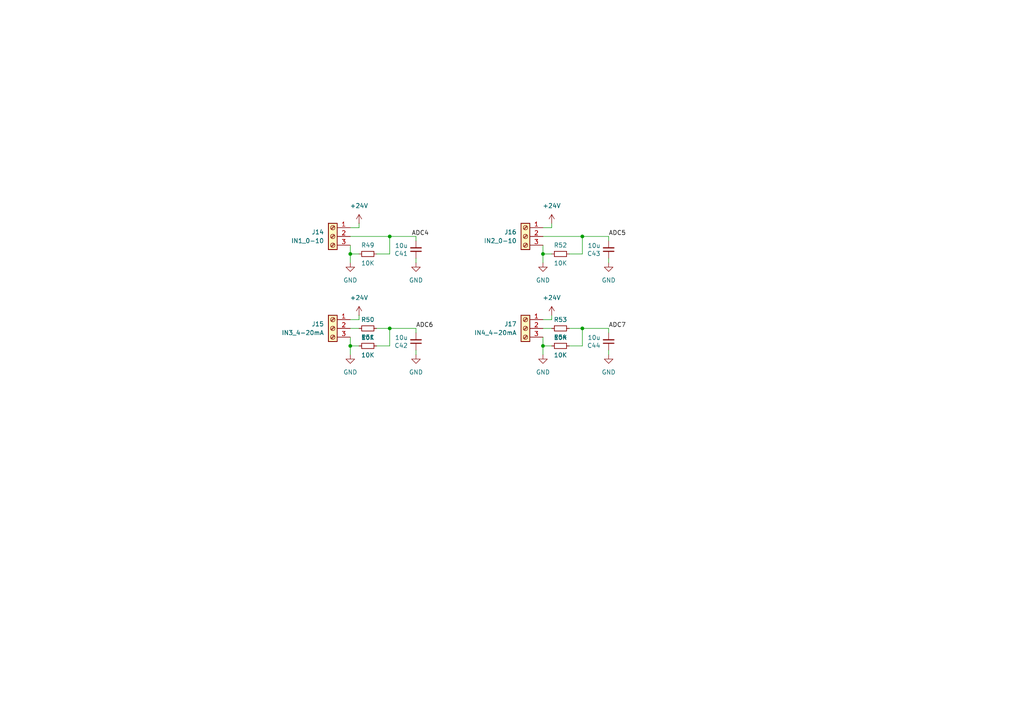
<source format=kicad_sch>
(kicad_sch (version 20250114) (generator "eeschema") (generator_version "9.0")
  (paper "A4")
  (lib_symbols
    (symbol "Connector:Screw_Terminal_01x03" (pin_names (offset 1.016) (hide yes))
      (property "Reference" "J" (at 0 5.08 0))
      (property "Value" "Screw_Terminal_01x03" (at 0 -5.08 0))
      (symbol "Screw_Terminal_01x03_1_1"
        (rectangle (start -1.27 3.81) (end 1.27 -3.81) (stroke (width 0.254)) (fill (type background)))
        (polyline (pts (xy -0.5334 2.8702) (xy 0.3302 2.032)) (stroke (width 0.1524)))
        (polyline (pts (xy -0.5334 0.3302) (xy 0.3302 -0.508)) (stroke (width 0.1524)))
        (polyline (pts (xy -0.5334 -2.2098) (xy 0.3302 -3.048)) (stroke (width 0.1524)))
        (polyline (pts (xy -0.3556 3.048) (xy 0.508 2.2098)) (stroke (width 0.1524)))
        (polyline (pts (xy -0.3556 0.508) (xy 0.508 -0.3302)) (stroke (width 0.1524)))
        (polyline (pts (xy -0.3556 -2.032) (xy 0.508 -2.8702)) (stroke (width 0.1524)))
        (circle (center 0 2.54) (radius 0.635) (stroke (width 0.1524)))
        (circle (center 0 0) (radius 0.635) (stroke (width 0.1524)))
        (circle (center 0 -2.54) (radius 0.635) (stroke (width 0.1524)))
        (pin passive line (at -5.08 2.54 0) (length 3.81) (name "Pin_1") (number "1"))
        (pin passive line (at -5.08 0 0) (length 3.81) (name "Pin_2") (number "2"))
        (pin passive line (at -5.08 -2.54 0) (length 3.81) (name "Pin_3") (number "3"))
      )
    )
    (symbol "Device:C_Small" (pin_numbers (hide yes)) (pin_names (offset 0.254) (hide yes))
      (property "Reference" "C" (at 0.254 1.778 0))
      (property "Value" "C_Small" (at 0.254 -2.032 0))
      (symbol "C_Small_0_1"
        (polyline (pts (xy -1.524 0.508) (xy 1.524 0.508)) (stroke (width 0.3048)))
        (polyline (pts (xy -1.524 -0.508) (xy 1.524 -0.508)) (stroke (width 0.3302)))
      )
      (symbol "C_Small_1_1"
        (pin passive line (at 0 2.54 270) (length 2.032) (name "~") (number "1"))
        (pin passive line (at 0 -2.54 90) (length 2.032) (name "~") (number "2"))
      )
    )
    (symbol "Device:R_Small" (pin_numbers (hide yes)) (pin_names (offset 0.254) (hide yes))
      (property "Reference" "R" (at 0.762 0.508 0))
      (property "Value" "R_Small" (at 0.762 -1.016 0))
      (symbol "R_Small_0_1"
        (rectangle (start -0.762 1.778) (end 0.762 -1.778) (stroke (width 0.2032)))
      )
      (symbol "R_Small_1_1"
        (pin passive line (at 0 2.54 270) (length 0.762) (name "~") (number "1"))
        (pin passive line (at 0 -2.54 90) (length 0.762) (name "~") (number "2"))
      )
    )
    (symbol "power:+24V" (power) (pin_numbers (hide yes)) (pin_names (offset 0) (hide yes))
      (property "Value" "+24V" (at 0 3.556 0))
      (symbol "+24V_0_1"
        (polyline (pts (xy -0.762 1.27) (xy 0 2.54)))
        (polyline (pts (xy 0 2.54) (xy 0.762 1.27)))
        (polyline (pts (xy 0 0) (xy 0 2.54)))
      )
      (symbol "+24V_1_1"
        (pin power_in line (at 0 0 90) (length 0) (name "~") (number "1"))
      )
    )
    (symbol "power:GND" (power) (pin_names (offset 0))
      (property "Value" "GND" (at 0 -3.81 0))
      (symbol "GND_0_1"
        (polyline (pts (xy 0 0) (xy 0 -1.27) (xy 1.27 -1.27) (xy 0 -2.54) (xy -1.27 -1.27) (xy 0 -1.27)))
      )
      (symbol "GND_1_1"
        (pin power_in line (at 0 0 270) (length 0) (hide yes) (name "GND") (number "1"))
      )
    )
  )
  (junction (at 168.91 95.25))
  (junction (at 157.48 73.66))
  (junction (at 101.6 100.33))
  (junction (at 101.6 73.66))
  (junction (at 157.48 100.33))
  (junction (at 168.91 68.58))
  (junction (at 113.03 95.25))
  (junction (at 113.03 68.58))
  (wire (pts (xy 101.6 100.33) (xy 104.14 100.33)))
  (wire (pts (xy 113.03 68.58) (xy 113.03 73.66)))
  (wire (pts (xy 101.6 73.66) (xy 104.14 73.66)))
  (wire (pts (xy 120.65 69.85) (xy 120.65 68.58)))
  (wire (pts (xy 120.65 68.58) (xy 113.03 68.58)))
  (wire (pts (xy 176.53 68.58) (xy 168.91 68.58)))
  (wire (pts (xy 109.22 73.66) (xy 113.03 73.66)))
  (wire (pts (xy 176.53 74.93) (xy 176.53 76.2)))
  (wire (pts (xy 109.22 95.25) (xy 113.03 95.25)))
  (wire (pts (xy 157.48 100.33) (xy 157.48 102.87)))
  (wire (pts (xy 157.48 73.66) (xy 157.48 76.2)))
  (wire (pts (xy 101.6 100.33) (xy 101.6 97.79)))
  (wire (pts (xy 157.48 73.66) (xy 157.48 71.12)))
  (wire (pts (xy 113.03 95.25) (xy 113.03 100.33)))
  (wire (pts (xy 157.48 68.58) (xy 168.91 68.58)))
  (wire (pts (xy 104.14 92.71) (xy 104.14 91.44)))
  (wire (pts (xy 101.6 73.66) (xy 101.6 71.12)))
  (wire (pts (xy 101.6 73.66) (xy 101.6 76.2)))
  (wire (pts (xy 157.48 100.33) (xy 160.02 100.33)))
  (wire (pts (xy 101.6 100.33) (xy 101.6 102.87)))
  (wire (pts (xy 104.14 66.04) (xy 104.14 64.77)))
  (wire (pts (xy 120.65 74.93) (xy 120.65 76.2)))
  (wire (pts (xy 157.48 66.04) (xy 160.02 66.04)))
  (wire (pts (xy 165.1 73.66) (xy 168.91 73.66)))
  (wire (pts (xy 160.02 66.04) (xy 160.02 64.77)))
  (wire (pts (xy 165.1 95.25) (xy 168.91 95.25)))
  (wire (pts (xy 157.48 92.71) (xy 160.02 92.71)))
  (wire (pts (xy 101.6 66.04) (xy 104.14 66.04)))
  (wire (pts (xy 168.91 95.25) (xy 168.91 100.33)))
  (wire (pts (xy 101.6 92.71) (xy 104.14 92.71)))
  (wire (pts (xy 176.53 95.25) (xy 168.91 95.25)))
  (wire (pts (xy 109.22 100.33) (xy 113.03 100.33)))
  (wire (pts (xy 176.53 101.6) (xy 176.53 102.87)))
  (wire (pts (xy 101.6 95.25) (xy 104.14 95.25)))
  (wire (pts (xy 165.1 100.33) (xy 168.91 100.33)))
  (wire (pts (xy 157.48 100.33) (xy 157.48 97.79)))
  (wire (pts (xy 120.65 96.52) (xy 120.65 95.25)))
  (wire (pts (xy 157.48 73.66) (xy 160.02 73.66)))
  (wire (pts (xy 120.65 101.6) (xy 120.65 102.87)))
  (wire (pts (xy 176.53 69.85) (xy 176.53 68.58)))
  (wire (pts (xy 101.6 68.58) (xy 113.03 68.58)))
  (wire (pts (xy 157.48 95.25) (xy 160.02 95.25)))
  (wire (pts (xy 176.53 96.52) (xy 176.53 95.25)))
  (wire (pts (xy 168.91 68.58) (xy 168.91 73.66)))
  (wire (pts (xy 120.65 95.25) (xy 113.03 95.25)))
  (wire (pts (xy 160.02 92.71) (xy 160.02 91.44)))
  (label "ADC6" (at 120.65 95.25 0))
  (label "ADC5" (at 176.53 68.58 0))
  (label "ADC7" (at 176.53 95.25 0))
  (label "ADC4" (at 119.38 68.58 0))
  (symbol (lib_id "power:GND") (at 101.6 76.2 0) (unit 1)
    (property "Reference" "#PWR035" (effects (hide yes)))
    (property "Value" "GND" (at 101.6 81.28 0))
    (property "Description" "Power symbol creates a global label with name \"GND\" , ground" (effects (hide yes)))
  )
  (symbol (lib_id "Device:R_Small") (at 106.68 100.33 90) (unit 1)
    (property "Reference" "R51" (at 106.68 97.79 90))
    (property "Value" "10K" (at 106.68 102.997 90))
    (property "Footprint" "Resistor_SMD:R_0603_1608Metric" (effects (hide yes)))
  )
  (symbol (lib_id "Device:C_Small") (at 120.65 72.39 180) (unit 1)
    (property "Reference" "C41" (at 118.3132 73.5584 0) (effects (justify left)))
    (property "Value" "10u" (at 118.3132 71.247 0) (effects (justify left)))
    (property "Footprint" "Capacitor_SMD:C_0805_2012Metric" (effects (hide yes)))
  )
  (symbol (lib_id "power:GND") (at 176.53 76.2 0) (unit 1)
    (property "Reference" "#PWR045" (effects (hide yes)))
    (property "Value" "GND" (at 176.53 81.28 0))
    (property "Description" "Power symbol creates a global label with name \"GND\" , ground" (effects (hide yes)))
  )
  (symbol (lib_id "power:GND") (at 101.6 102.87 0) (unit 1)
    (property "Reference" "#PWR036" (effects (hide yes)))
    (property "Value" "GND" (at 101.6 107.95 0))
    (property "Description" "Power symbol creates a global label with name \"GND\" , ground" (effects (hide yes)))
  )
  (symbol (lib_id "power:GND") (at 157.48 102.87 0) (unit 1)
    (property "Reference" "#PWR042" (effects (hide yes)))
    (property "Value" "GND" (at 157.48 107.95 0))
    (property "Description" "Power symbol creates a global label with name \"GND\" , ground" (effects (hide yes)))
  )
  (symbol (lib_id "power:GND") (at 157.48 76.2 0) (unit 1)
    (property "Reference" "#PWR041" (effects (hide yes)))
    (property "Value" "GND" (at 157.48 81.28 0))
    (property "Description" "Power symbol creates a global label with name \"GND\" , ground" (effects (hide yes)))
  )
  (symbol (lib_id "Device:R_Small") (at 106.68 95.25 90) (unit 1)
    (property "Reference" "R50" (at 106.68 92.71 90))
    (property "Value" "10K" (at 106.68 97.917 90))
    (property "Footprint" "Resistor_SMD:R_0603_1608Metric" (effects (hide yes)))
  )
  (symbol (lib_id "power:+24V") (at 160.02 91.44 0) (unit 1)
    (property "Reference" "#PWR044" (effects (hide yes)))
    (property "Value" "+24V" (at 160.02 86.36 0))
    (property "Description" "Power symbol creates a global label with name \"+24V\"" (effects (hide yes)))
  )
  (symbol (lib_id "power:GND") (at 120.65 76.2 0) (unit 1)
    (property "Reference" "#PWR039" (effects (hide yes)))
    (property "Value" "GND" (at 120.65 81.28 0))
    (property "Description" "Power symbol creates a global label with name \"GND\" , ground" (effects (hide yes)))
  )
  (symbol (lib_id "Device:R_Small") (at 106.68 73.66 90) (unit 1)
    (property "Reference" "R49" (at 106.68 71.12 90))
    (property "Value" "10K" (at 106.68 76.327 90))
    (property "Footprint" "Resistor_SMD:R_0603_1608Metric" (effects (hide yes)))
  )
  (symbol (lib_id "power:+24V") (at 160.02 64.77 0) (unit 1)
    (property "Reference" "#PWR043" (effects (hide yes)))
    (property "Value" "+24V" (at 160.02 59.69 0))
    (property "Description" "Power symbol creates a global label with name \"+24V\"" (effects (hide yes)))
  )
  (symbol (lib_id "Device:C_Small") (at 120.65 99.06 180) (unit 1)
    (property "Reference" "C42" (at 118.3132 100.2284 0) (effects (justify left)))
    (property "Value" "10u" (at 118.3132 97.917 0) (effects (justify left)))
    (property "Footprint" "Capacitor_SMD:C_0805_2012Metric" (effects (hide yes)))
  )
  (symbol (lib_id "Connector:Screw_Terminal_01x03") (at 96.52 68.58 0) (mirror y) (unit 1)
    (property "Reference" "J14" (at 93.98 67.3099 0) (effects (justify left)))
    (property "Value" "IN1_0-10" (at 93.98 69.8499 0) (effects (justify left)))
    (property "Footprint" "Connector_Phoenix_SPT:PhoenixContact_SPT_2.5_3-H-5.0_1x03_P5.0mm_Horizontal" (effects (hide yes)))
    (property "Description" "Generic screw terminal, single row, 01x03, script generated (kicad-library-utils/schlib/autogen/connector/)" (effects (hide yes)))
  )
  (symbol (lib_id "Device:R_Small") (at 162.56 73.66 90) (unit 1)
    (property "Reference" "R52" (at 162.56 71.12 90))
    (property "Value" "10K" (at 162.56 76.327 90))
    (property "Footprint" "Resistor_SMD:R_0603_1608Metric" (effects (hide yes)))
  )
  (symbol (lib_id "power:GND") (at 120.65 102.87 0) (unit 1)
    (property "Reference" "#PWR040" (effects (hide yes)))
    (property "Value" "GND" (at 120.65 107.95 0))
    (property "Description" "Power symbol creates a global label with name \"GND\" , ground" (effects (hide yes)))
  )
  (symbol (lib_id "power:+24V") (at 104.14 64.77 0) (unit 1)
    (property "Reference" "#PWR037" (effects (hide yes)))
    (property "Value" "+24V" (at 104.14 59.69 0))
    (property "Description" "Power symbol creates a global label with name \"+24V\"" (effects (hide yes)))
  )
  (symbol (lib_id "Device:R_Small") (at 162.56 95.25 90) (unit 1)
    (property "Reference" "R53" (at 162.56 92.71 90))
    (property "Value" "10K" (at 162.56 97.917 90))
    (property "Footprint" "Resistor_SMD:R_0603_1608Metric" (effects (hide yes)))
  )
  (symbol (lib_id "Connector:Screw_Terminal_01x03") (at 152.4 68.58 0) (mirror y) (unit 1)
    (property "Reference" "J16" (at 149.86 67.3099 0) (effects (justify left)))
    (property "Value" "IN2_0-10" (at 149.86 69.8499 0) (effects (justify left)))
    (property "Footprint" "Connector_Phoenix_SPT:PhoenixContact_SPT_2.5_3-H-5.0_1x03_P5.0mm_Horizontal" (effects (hide yes)))
    (property "Description" "Generic screw terminal, single row, 01x03, script generated (kicad-library-utils/schlib/autogen/connector/)" (effects (hide yes)))
  )
  (symbol (lib_id "power:+24V") (at 104.14 91.44 0) (unit 1)
    (property "Reference" "#PWR038" (effects (hide yes)))
    (property "Value" "+24V" (at 104.14 86.36 0))
    (property "Description" "Power symbol creates a global label with name \"+24V\"" (effects (hide yes)))
  )
  (symbol (lib_id "Connector:Screw_Terminal_01x03") (at 96.52 95.25 0) (mirror y) (unit 1)
    (property "Reference" "J15" (at 93.98 93.9799 0) (effects (justify left)))
    (property "Value" "IN3_4-20mA" (at 93.98 96.5199 0) (effects (justify left)))
    (property "Footprint" "Connector_Phoenix_SPT:PhoenixContact_SPT_2.5_3-H-5.0_1x03_P5.0mm_Horizontal" (effects (hide yes)))
    (property "Description" "Generic screw terminal, single row, 01x03, script generated (kicad-library-utils/schlib/autogen/connector/)" (effects (hide yes)))
  )
  (symbol (lib_id "Device:C_Small") (at 176.53 72.39 180) (unit 1)
    (property "Reference" "C43" (at 174.1932 73.5584 0) (effects (justify left)))
    (property "Value" "10u" (at 174.1932 71.247 0) (effects (justify left)))
    (property "Footprint" "Capacitor_SMD:C_0805_2012Metric" (effects (hide yes)))
  )
  (symbol (lib_id "Connector:Screw_Terminal_01x03") (at 152.4 95.25 0) (mirror y) (unit 1)
    (property "Reference" "J17" (at 149.86 93.9799 0) (effects (justify left)))
    (property "Value" "IN4_4-20mA" (at 149.86 96.5199 0) (effects (justify left)))
    (property "Footprint" "Connector_Phoenix_SPT:PhoenixContact_SPT_2.5_3-H-5.0_1x03_P5.0mm_Horizontal" (effects (hide yes)))
    (property "Description" "Generic screw terminal, single row, 01x03, script generated (kicad-library-utils/schlib/autogen/connector/)" (effects (hide yes)))
  )
  (symbol (lib_id "power:GND") (at 176.53 102.87 0) (unit 1)
    (property "Reference" "#PWR046" (effects (hide yes)))
    (property "Value" "GND" (at 176.53 107.95 0))
    (property "Description" "Power symbol creates a global label with name \"GND\" , ground" (effects (hide yes)))
  )
  (symbol (lib_id "Device:R_Small") (at 162.56 100.33 90) (unit 1)
    (property "Reference" "R54" (at 162.56 97.79 90))
    (property "Value" "10K" (at 162.56 102.997 90))
    (property "Footprint" "Resistor_SMD:R_0603_1608Metric" (effects (hide yes)))
  )
  (symbol (lib_id "Device:C_Small") (at 176.53 99.06 180) (unit 1)
    (property "Reference" "C44" (at 174.1932 100.2284 0) (effects (justify left)))
    (property "Value" "10u" (at 174.1932 97.917 0) (effects (justify left)))
    (property "Footprint" "Capacitor_SMD:C_0805_2012Metric" (effects (hide yes)))
  )
)
</source>
